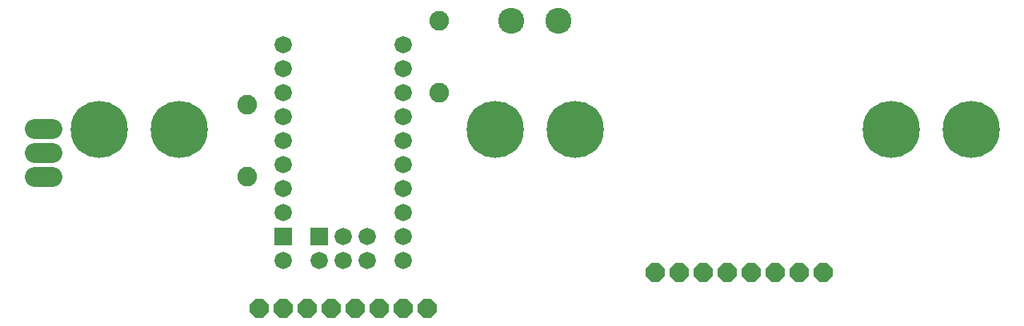
<source format=gbs>
G75*
%MOIN*%
%OFA0B0*%
%FSLAX25Y25*%
%IPPOS*%
%LPD*%
%AMOC8*
5,1,8,0,0,1.08239X$1,22.5*
%
%ADD10OC8,0.07800*%
%ADD11C,0.23800*%
%ADD12C,0.07200*%
%ADD13R,0.07200X0.07200*%
%ADD14C,0.08200*%
%ADD15C,0.08200*%
%ADD16C,0.10800*%
D10*
X0117980Y0031800D03*
X0127980Y0031800D03*
X0137980Y0031800D03*
X0147980Y0031800D03*
X0157980Y0031800D03*
X0167980Y0031800D03*
X0177980Y0031800D03*
X0187980Y0031800D03*
X0282980Y0046800D03*
X0292980Y0046800D03*
X0302980Y0046800D03*
X0312980Y0046800D03*
X0322980Y0046800D03*
X0332980Y0046800D03*
X0342980Y0046800D03*
X0352980Y0046800D03*
D11*
X0381308Y0106410D03*
X0414609Y0106410D03*
X0249609Y0106410D03*
X0216308Y0106410D03*
X0084609Y0106410D03*
X0051308Y0106410D03*
D12*
X0127980Y0101800D03*
X0127980Y0091800D03*
X0127980Y0081800D03*
X0127980Y0071800D03*
X0152980Y0061800D03*
X0162980Y0061800D03*
X0177980Y0061800D03*
X0177980Y0051800D03*
X0162980Y0051800D03*
X0152980Y0051800D03*
X0142980Y0051800D03*
X0127980Y0051800D03*
X0177980Y0071800D03*
X0177980Y0081800D03*
X0177980Y0091800D03*
X0177980Y0101800D03*
X0177980Y0111800D03*
X0177980Y0121800D03*
X0177980Y0131800D03*
X0177980Y0141800D03*
X0127980Y0141800D03*
X0127980Y0131800D03*
X0127980Y0121800D03*
X0127980Y0111800D03*
D13*
X0127980Y0061800D03*
X0142980Y0061800D03*
D14*
X0031680Y0086800D02*
X0024280Y0086800D01*
X0024280Y0096800D02*
X0031680Y0096800D01*
X0031680Y0106800D02*
X0024280Y0106800D01*
D15*
X0112980Y0116800D03*
X0112980Y0086800D03*
X0192980Y0121800D03*
X0192980Y0151800D03*
D16*
X0223137Y0151800D03*
X0242823Y0151800D03*
M02*

</source>
